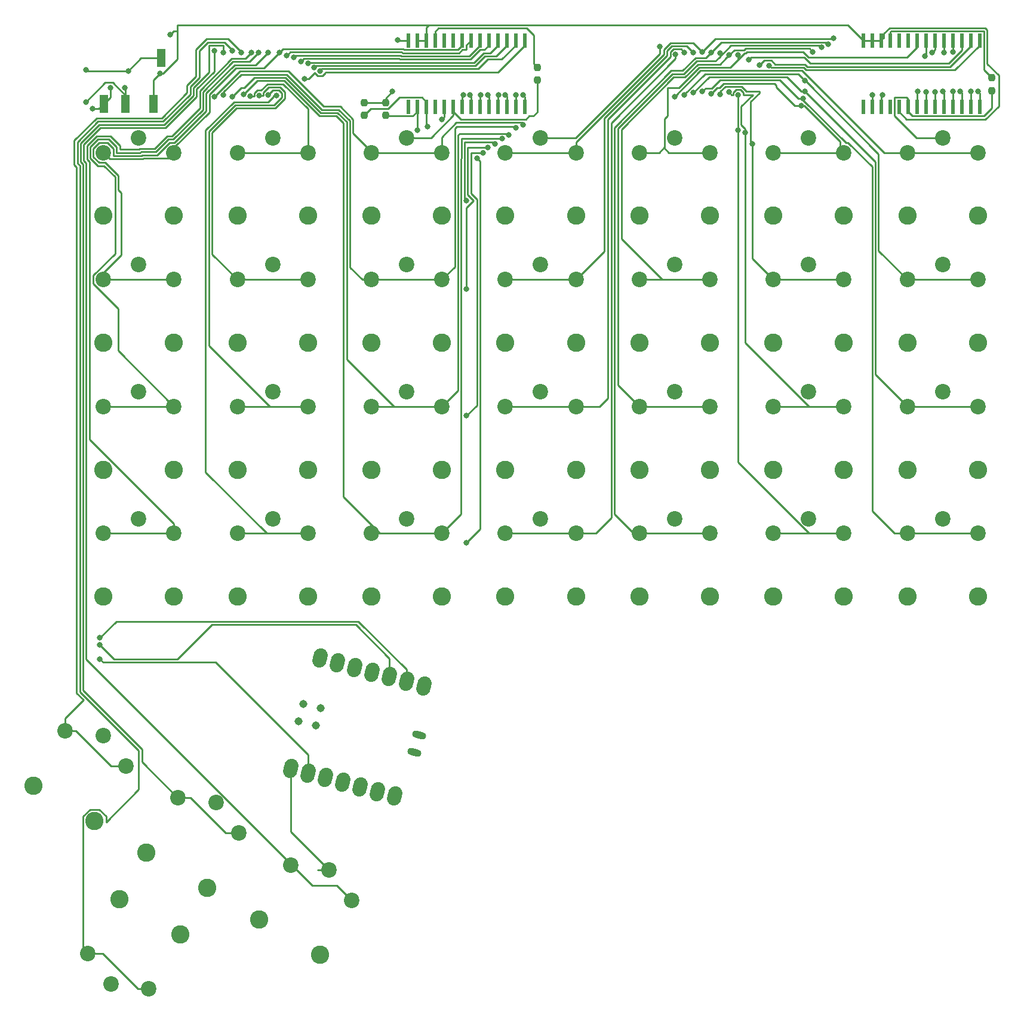
<source format=gbr>
%TF.GenerationSoftware,KiCad,Pcbnew,(6.0.11)*%
%TF.CreationDate,2023-06-02T23:59:17-07:00*%
%TF.ProjectId,MageV2,4d616765-5632-42e6-9b69-6361645f7063,rev?*%
%TF.SameCoordinates,Original*%
%TF.FileFunction,Copper,L2,Bot*%
%TF.FilePolarity,Positive*%
%FSLAX46Y46*%
G04 Gerber Fmt 4.6, Leading zero omitted, Abs format (unit mm)*
G04 Created by KiCad (PCBNEW (6.0.11)) date 2023-06-02 23:59:17*
%MOMM*%
%LPD*%
G01*
G04 APERTURE LIST*
G04 Aperture macros list*
%AMRoundRect*
0 Rectangle with rounded corners*
0 $1 Rounding radius*
0 $2 $3 $4 $5 $6 $7 $8 $9 X,Y pos of 4 corners*
0 Add a 4 corners polygon primitive as box body*
4,1,4,$2,$3,$4,$5,$6,$7,$8,$9,$2,$3,0*
0 Add four circle primitives for the rounded corners*
1,1,$1+$1,$2,$3*
1,1,$1+$1,$4,$5*
1,1,$1+$1,$6,$7*
1,1,$1+$1,$8,$9*
0 Add four rect primitives between the rounded corners*
20,1,$1+$1,$2,$3,$4,$5,0*
20,1,$1+$1,$4,$5,$6,$7,0*
20,1,$1+$1,$6,$7,$8,$9,0*
20,1,$1+$1,$8,$9,$2,$3,0*%
%AMHorizOval*
0 Thick line with rounded ends*
0 $1 width*
0 $2 $3 position (X,Y) of the first rounded end (center of the circle)*
0 $4 $5 position (X,Y) of the second rounded end (center of the circle)*
0 Add line between two ends*
20,1,$1,$2,$3,$4,$5,0*
0 Add two circle primitives to create the rounded ends*
1,1,$1,$2,$3*
1,1,$1,$4,$5*%
G04 Aperture macros list end*
%TA.AperFunction,ComponentPad*%
%ADD10C,2.600000*%
%TD*%
%TA.AperFunction,ComponentPad*%
%ADD11C,2.200000*%
%TD*%
%TA.AperFunction,SMDPad,CuDef*%
%ADD12R,0.600000X2.000000*%
%TD*%
%TA.AperFunction,SMDPad,CuDef*%
%ADD13RoundRect,0.237500X0.237500X-0.250000X0.237500X0.250000X-0.237500X0.250000X-0.237500X-0.250000X0*%
%TD*%
%TA.AperFunction,SMDPad,CuDef*%
%ADD14HorizOval,1.998980X-0.096967X-0.361884X0.096967X0.361884X0*%
%TD*%
%TA.AperFunction,SMDPad,CuDef*%
%ADD15HorizOval,1.016000X-0.490690X0.131480X0.490690X-0.131480X0*%
%TD*%
%TA.AperFunction,SMDPad,CuDef*%
%ADD16C,1.143000*%
%TD*%
%TA.AperFunction,SMDPad,CuDef*%
%ADD17RoundRect,0.237500X-0.237500X0.250000X-0.237500X-0.250000X0.237500X-0.250000X0.237500X0.250000X0*%
%TD*%
%TA.AperFunction,SMDPad,CuDef*%
%ADD18R,1.200000X2.500000*%
%TD*%
%TA.AperFunction,ViaPad*%
%ADD19C,0.800000*%
%TD*%
%TA.AperFunction,Conductor*%
%ADD20C,0.250000*%
%TD*%
G04 APERTURE END LIST*
D10*
%TO.P,SW25,*%
%TO.N,*%
X84000000Y-60150000D03*
D11*
%TO.P,SW25,1,1*%
%TO.N,+5V*%
X89000000Y-49100000D03*
%TO.P,SW25,2,2*%
%TO.N,Net-(SW25-Pad2)*%
X94000000Y-51200000D03*
%TD*%
D10*
%TO.P,SW5,*%
%TO.N,*%
X179000000Y-60150000D03*
D11*
%TO.P,SW5,1,1*%
%TO.N,+5V*%
X184000000Y-49100000D03*
%TO.P,SW5,2,2*%
%TO.N,Net-(SW37-Pad2)*%
X189000000Y-51200000D03*
%TD*%
D10*
%TO.P,SW12,*%
%TO.N,*%
X160000000Y-114150000D03*
D11*
%TO.P,SW12,1,1*%
%TO.N,+5V*%
X165000000Y-103100000D03*
%TO.P,SW12,2,2*%
%TO.N,Net-(SW12-Pad2)*%
X170000000Y-105200000D03*
%TD*%
D10*
%TO.P,SW6,*%
%TO.N,*%
X179000000Y-78150000D03*
D11*
%TO.P,SW6,1,1*%
%TO.N,+5V*%
X184000000Y-67100000D03*
%TO.P,SW6,2,2*%
%TO.N,Net-(SW38-Pad2)*%
X189000000Y-69200000D03*
%TD*%
D10*
%TO.P,SW7,*%
%TO.N,*%
X179000000Y-96150000D03*
D11*
%TO.P,SW7,1,1*%
%TO.N,+5V*%
X184000000Y-85100000D03*
%TO.P,SW7,2,2*%
%TO.N,Net-(SW39-Pad2)*%
X189000000Y-87200000D03*
%TD*%
D10*
%TO.P,SW19,*%
%TO.N,*%
X122000000Y-96150000D03*
D11*
%TO.P,SW19,1,1*%
%TO.N,+5V*%
X127000000Y-85100000D03*
%TO.P,SW19,2,2*%
%TO.N,Net-(SW19-Pad2)*%
X132000000Y-87200000D03*
%TD*%
D10*
%TO.P,SW3,*%
%TO.N,*%
X198000000Y-96150000D03*
D11*
%TO.P,SW3,1,1*%
%TO.N,+5V*%
X203000000Y-85100000D03*
%TO.P,SW3,2,2*%
%TO.N,Net-(SW3-Pad2)*%
X208000000Y-87200000D03*
%TD*%
D10*
%TO.P,SW9,*%
%TO.N,*%
X160000000Y-60150000D03*
D11*
%TO.P,SW9,1,1*%
%TO.N,+5V*%
X165000000Y-49100000D03*
%TO.P,SW9,2,2*%
%TO.N,Net-(SW41-Pad2)*%
X170000000Y-51200000D03*
%TD*%
D10*
%TO.P,SW14,*%
%TO.N,*%
X141000000Y-78150000D03*
D11*
%TO.P,SW14,1,1*%
%TO.N,+5V*%
X146000000Y-67100000D03*
%TO.P,SW14,2,2*%
%TO.N,Net-(SW14-Pad2)*%
X151000000Y-69200000D03*
%TD*%
D10*
%TO.P,SW1,*%
%TO.N,*%
X198000000Y-60150000D03*
D11*
%TO.P,SW1,1,1*%
%TO.N,+5V*%
X203000000Y-49100000D03*
%TO.P,SW1,2,2*%
%TO.N,Net-(SW1-Pad2)*%
X208000000Y-51200000D03*
%TD*%
D10*
%TO.P,SW32,*%
%TO.N,*%
X106094873Y-159960031D03*
D11*
%TO.P,SW32,1,1*%
%TO.N,+5V*%
X115950000Y-152890450D03*
%TO.P,SW32,2,2*%
%TO.N,Net-(SW32-Pad2)*%
X119230127Y-157209103D03*
%TD*%
D10*
%TO.P,SW20,*%
%TO.N,*%
X122000000Y-114150000D03*
D11*
%TO.P,SW20,1,1*%
%TO.N,+5V*%
X127000000Y-103100000D03*
%TO.P,SW20,2,2*%
%TO.N,Net-(SW20-Pad2)*%
X132000000Y-105200000D03*
%TD*%
D10*
%TO.P,SW29,*%
%TO.N,*%
X74094873Y-140960031D03*
D11*
%TO.P,SW29,1,1*%
%TO.N,+5V*%
X83950000Y-133890450D03*
%TO.P,SW29,2,2*%
%TO.N,Net-(SW29-Pad2)*%
X87230127Y-138209103D03*
%TD*%
D10*
%TO.P,SW10,*%
%TO.N,*%
X160000000Y-78150000D03*
D11*
%TO.P,SW10,1,1*%
%TO.N,+5V*%
X165000000Y-67100000D03*
%TO.P,SW10,2,2*%
%TO.N,Net-(SW10-Pad2)*%
X170000000Y-69200000D03*
%TD*%
D10*
%TO.P,SW8,*%
%TO.N,*%
X179000000Y-114150000D03*
D11*
%TO.P,SW8,1,1*%
%TO.N,+5V*%
X184000000Y-103100000D03*
%TO.P,SW8,2,2*%
%TO.N,Net-(SW40-Pad2)*%
X189000000Y-105200000D03*
%TD*%
D10*
%TO.P,SW31,*%
%TO.N,*%
X90094873Y-150460031D03*
D11*
%TO.P,SW31,1,1*%
%TO.N,+5V*%
X99950000Y-143390450D03*
%TO.P,SW31,2,2*%
%TO.N,Net-(SW31-Pad2)*%
X103230127Y-147709103D03*
%TD*%
D10*
%TO.P,SW15,*%
%TO.N,*%
X141000000Y-96150000D03*
D11*
%TO.P,SW15,1,1*%
%TO.N,+5V*%
X146000000Y-85100000D03*
%TO.P,SW15,2,2*%
%TO.N,Net-(SW15-Pad2)*%
X151000000Y-87200000D03*
%TD*%
D10*
%TO.P,SW2,*%
%TO.N,*%
X198000000Y-78150000D03*
D11*
%TO.P,SW2,1,1*%
%TO.N,+5V*%
X203000000Y-67100000D03*
%TO.P,SW2,2,2*%
%TO.N,Net-(SW2-Pad2)*%
X208000000Y-69200000D03*
%TD*%
D10*
%TO.P,SW11,*%
%TO.N,*%
X160000000Y-96150000D03*
D11*
%TO.P,SW11,1,1*%
%TO.N,+5V*%
X165000000Y-85100000D03*
%TO.P,SW11,2,2*%
%TO.N,Net-(SW11-Pad2)*%
X170000000Y-87200000D03*
%TD*%
D10*
%TO.P,SW30,*%
%TO.N,*%
X94905127Y-162039969D03*
D11*
%TO.P,SW30,1,1*%
%TO.N,+5V*%
X85050000Y-169109550D03*
%TO.P,SW30,2,2*%
%TO.N,Net-(SW30-Pad2)*%
X81769873Y-164790897D03*
%TD*%
D10*
%TO.P,SW22,*%
%TO.N,*%
X103000000Y-78150000D03*
D11*
%TO.P,SW22,1,1*%
%TO.N,+5V*%
X108000000Y-67100000D03*
%TO.P,SW22,2,2*%
%TO.N,Net-(SW22-Pad2)*%
X113000000Y-69200000D03*
%TD*%
D10*
%TO.P,SW4,*%
%TO.N,*%
X198000000Y-114150000D03*
D11*
%TO.P,SW4,1,1*%
%TO.N,+5V*%
X203000000Y-103100000D03*
%TO.P,SW4,2,2*%
%TO.N,Net-(SW36-Pad2)*%
X208000000Y-105200000D03*
%TD*%
D10*
%TO.P,SW21,*%
%TO.N,*%
X103000000Y-60150000D03*
D11*
%TO.P,SW21,1,1*%
%TO.N,+5V*%
X108000000Y-49100000D03*
%TO.P,SW21,2,2*%
%TO.N,Net-(SW21-Pad2)*%
X113000000Y-51200000D03*
%TD*%
D10*
%TO.P,SW17,*%
%TO.N,*%
X122000000Y-60150000D03*
D11*
%TO.P,SW17,1,1*%
%TO.N,+5V*%
X127000000Y-49100000D03*
%TO.P,SW17,2,2*%
%TO.N,Net-(SW17-Pad2)*%
X132000000Y-51200000D03*
%TD*%
D10*
%TO.P,SW16,*%
%TO.N,*%
X141000000Y-114150000D03*
D11*
%TO.P,SW16,1,1*%
%TO.N,+5V*%
X146000000Y-103100000D03*
%TO.P,SW16,2,2*%
%TO.N,Net-(SW16-Pad2)*%
X151000000Y-105200000D03*
%TD*%
D10*
%TO.P,SW26,*%
%TO.N,*%
X84000000Y-78150000D03*
D11*
%TO.P,SW26,1,1*%
%TO.N,+5V*%
X89000000Y-67100000D03*
%TO.P,SW26,2,2*%
%TO.N,Net-(SW26-Pad2)*%
X94000000Y-69200000D03*
%TD*%
D10*
%TO.P,SW24,*%
%TO.N,*%
X103000000Y-114150000D03*
D11*
%TO.P,SW24,1,1*%
%TO.N,+5V*%
X108000000Y-103100000D03*
%TO.P,SW24,2,2*%
%TO.N,Net-(SW24-Pad2)*%
X113000000Y-105200000D03*
%TD*%
D10*
%TO.P,SW18,*%
%TO.N,*%
X122000000Y-78150000D03*
D11*
%TO.P,SW18,1,1*%
%TO.N,+5V*%
X127000000Y-67100000D03*
%TO.P,SW18,2,2*%
%TO.N,Net-(SW18-Pad2)*%
X132000000Y-69200000D03*
%TD*%
D10*
%TO.P,SW27,*%
%TO.N,*%
X84000000Y-96150000D03*
D11*
%TO.P,SW27,1,1*%
%TO.N,+5V*%
X89000000Y-85100000D03*
%TO.P,SW27,2,2*%
%TO.N,Net-(SW27-Pad2)*%
X94000000Y-87200000D03*
%TD*%
D10*
%TO.P,SW28,*%
%TO.N,*%
X84000000Y-114150000D03*
D11*
%TO.P,SW28,1,1*%
%TO.N,+5V*%
X89000000Y-103100000D03*
%TO.P,SW28,2,2*%
%TO.N,Net-(SW28-Pad2)*%
X94000000Y-105200000D03*
%TD*%
D10*
%TO.P,SW13,*%
%TO.N,*%
X141000000Y-60150000D03*
D11*
%TO.P,SW13,1,1*%
%TO.N,+5V*%
X146000000Y-49100000D03*
%TO.P,SW13,2,2*%
%TO.N,Net-(SW13-Pad2)*%
X151000000Y-51200000D03*
%TD*%
D10*
%TO.P,SW23,*%
%TO.N,*%
X103000000Y-96150000D03*
D11*
%TO.P,SW23,1,1*%
%TO.N,+5V*%
X108000000Y-85100000D03*
%TO.P,SW23,2,2*%
%TO.N,Net-(SW23-Pad2)*%
X113000000Y-87200000D03*
%TD*%
D10*
%TO.P,SW38,*%
%TO.N,*%
X189000000Y-78150000D03*
D11*
%TO.P,SW38,1,1*%
%TO.N,+5V*%
X184000000Y-67100000D03*
%TO.P,SW38,2,2*%
%TO.N,Net-(SW38-Pad2)*%
X179000000Y-69200000D03*
%TD*%
D10*
%TO.P,SW57,*%
%TO.N,*%
X94000000Y-60150000D03*
D11*
%TO.P,SW57,1,1*%
%TO.N,+5V*%
X89000000Y-49100000D03*
%TO.P,SW57,2,2*%
%TO.N,Net-(SW25-Pad2)*%
X84000000Y-51200000D03*
%TD*%
D12*
%TO.P,U4,1,GPB0*%
%TO.N,Net-(SW1-Pad2)*%
X208255000Y-44700000D03*
%TO.P,U4,2,GPB1*%
%TO.N,Net-(SW2-Pad2)*%
X206985000Y-44700000D03*
%TO.P,U4,3,GPB2*%
%TO.N,Net-(SW3-Pad2)*%
X205715000Y-44700000D03*
%TO.P,U4,4,GPB3*%
%TO.N,Net-(SW36-Pad2)*%
X204445000Y-44700000D03*
%TO.P,U4,5,GPB4*%
%TO.N,Net-(SW37-Pad2)*%
X203175000Y-44700000D03*
%TO.P,U4,6,GPB5*%
%TO.N,Net-(SW38-Pad2)*%
X201905000Y-44700000D03*
%TO.P,U4,7,GPB6*%
%TO.N,Net-(SW39-Pad2)*%
X200635000Y-44700000D03*
%TO.P,U4,8,GPB7*%
%TO.N,Net-(SW40-Pad2)*%
X199365000Y-44700000D03*
%TO.P,U4,9,VDD*%
%TO.N,+5V*%
X198095000Y-44700000D03*
%TO.P,U4,10,VSS*%
%TO.N,GND*%
X196825000Y-44700000D03*
%TO.P,U4,11,NC*%
%TO.N,unconnected-(U4-Pad11)*%
X195555000Y-44700000D03*
%TO.P,U4,12,SCK*%
%TO.N,/SCK*%
X194285000Y-44700000D03*
%TO.P,U4,13,SDA*%
%TO.N,/SDA*%
X193015000Y-44700000D03*
%TO.P,U4,14,NC*%
%TO.N,unconnected-(U4-Pad14)*%
X191745000Y-44700000D03*
%TO.P,U4,15,A0*%
%TO.N,GND*%
X191745000Y-35300000D03*
%TO.P,U4,16,A1*%
X193015000Y-35300000D03*
%TO.P,U4,17,A2*%
X194285000Y-35300000D03*
%TO.P,U4,18,~{RESET}*%
%TO.N,/Reset 3*%
X195555000Y-35300000D03*
%TO.P,U4,19,INTB*%
%TO.N,unconnected-(U4-Pad19)*%
X196825000Y-35300000D03*
%TO.P,U4,20,INTA*%
%TO.N,unconnected-(U4-Pad20)*%
X198095000Y-35300000D03*
%TO.P,U4,21,GPA0*%
%TO.N,Net-(SW41-Pad2)*%
X199365000Y-35300000D03*
%TO.P,U4,22,GPA1*%
%TO.N,Net-(SW10-Pad2)*%
X200635000Y-35300000D03*
%TO.P,U4,23,GPA2*%
%TO.N,Net-(SW11-Pad2)*%
X201905000Y-35300000D03*
%TO.P,U4,24,GPA3*%
%TO.N,Net-(SW12-Pad2)*%
X203175000Y-35300000D03*
%TO.P,U4,25,GPA4*%
%TO.N,Net-(SW13-Pad2)*%
X204445000Y-35300000D03*
%TO.P,U4,26,GPA5*%
%TO.N,Net-(SW14-Pad2)*%
X205715000Y-35300000D03*
%TO.P,U4,27,GPA6*%
%TO.N,Net-(SW15-Pad2)*%
X206985000Y-35300000D03*
%TO.P,U4,28,GPA7*%
%TO.N,Net-(SW16-Pad2)*%
X208255000Y-35300000D03*
%TD*%
D10*
%TO.P,SW47,*%
%TO.N,*%
X151000000Y-96150000D03*
D11*
%TO.P,SW47,1,1*%
%TO.N,+5V*%
X146000000Y-85100000D03*
%TO.P,SW47,2,2*%
%TO.N,Net-(SW15-Pad2)*%
X141000000Y-87200000D03*
%TD*%
D13*
%TO.P,R5,1*%
%TO.N,/SDA*%
X124000000Y-45912500D03*
%TO.P,R5,2*%
%TO.N,+5V*%
X124000000Y-44087500D03*
%TD*%
D10*
%TO.P,SW45,*%
%TO.N,*%
X151000000Y-60150000D03*
D11*
%TO.P,SW45,1,1*%
%TO.N,+5V*%
X146000000Y-49100000D03*
%TO.P,SW45,2,2*%
%TO.N,Net-(SW13-Pad2)*%
X141000000Y-51200000D03*
%TD*%
D10*
%TO.P,SW37,*%
%TO.N,*%
X189000000Y-60150000D03*
D11*
%TO.P,SW37,1,1*%
%TO.N,+5V*%
X184000000Y-49100000D03*
%TO.P,SW37,2,2*%
%TO.N,Net-(SW37-Pad2)*%
X179000000Y-51200000D03*
%TD*%
D10*
%TO.P,SW33,*%
%TO.N,*%
X208000000Y-60150000D03*
D11*
%TO.P,SW33,1,1*%
%TO.N,+5V*%
X203000000Y-49100000D03*
%TO.P,SW33,2,2*%
%TO.N,Net-(SW1-Pad2)*%
X198000000Y-51200000D03*
%TD*%
D12*
%TO.P,U5,1,GPB0*%
%TO.N,Net-(SW17-Pad2)*%
X143755000Y-44700000D03*
%TO.P,U5,2,GPB1*%
%TO.N,Net-(SW18-Pad2)*%
X142485000Y-44700000D03*
%TO.P,U5,3,GPB2*%
%TO.N,Net-(SW19-Pad2)*%
X141215000Y-44700000D03*
%TO.P,U5,4,GPB3*%
%TO.N,Net-(SW20-Pad2)*%
X139945000Y-44700000D03*
%TO.P,U5,5,GPB4*%
%TO.N,Net-(SW21-Pad2)*%
X138675000Y-44700000D03*
%TO.P,U5,6,GPB5*%
%TO.N,Net-(SW22-Pad2)*%
X137405000Y-44700000D03*
%TO.P,U5,7,GPB6*%
%TO.N,Net-(SW23-Pad2)*%
X136135000Y-44700000D03*
%TO.P,U5,8,GPB7*%
%TO.N,Net-(SW24-Pad2)*%
X134865000Y-44700000D03*
%TO.P,U5,9,VDD*%
%TO.N,+5V*%
X133595000Y-44700000D03*
%TO.P,U5,10,VSS*%
%TO.N,GND*%
X132325000Y-44700000D03*
%TO.P,U5,11,NC*%
%TO.N,unconnected-(U5-Pad11)*%
X131055000Y-44700000D03*
%TO.P,U5,12,SCK*%
%TO.N,/SCK*%
X129785000Y-44700000D03*
%TO.P,U5,13,SDA*%
%TO.N,/SDA*%
X128515000Y-44700000D03*
%TO.P,U5,14,NC*%
%TO.N,unconnected-(U5-Pad14)*%
X127245000Y-44700000D03*
%TO.P,U5,15,A0*%
%TO.N,+5V*%
X127245000Y-35300000D03*
%TO.P,U5,16,A1*%
%TO.N,GND*%
X128515000Y-35300000D03*
%TO.P,U5,17,A2*%
X129785000Y-35300000D03*
%TO.P,U5,18,~{RESET}*%
%TO.N,/Reset 4*%
X131055000Y-35300000D03*
%TO.P,U5,19,INTB*%
%TO.N,unconnected-(U5-Pad19)*%
X132325000Y-35300000D03*
%TO.P,U5,20,INTA*%
%TO.N,unconnected-(U5-Pad20)*%
X133595000Y-35300000D03*
%TO.P,U5,21,GPA0*%
%TO.N,Net-(SW25-Pad2)*%
X134865000Y-35300000D03*
%TO.P,U5,22,GPA1*%
%TO.N,Net-(SW26-Pad2)*%
X136135000Y-35300000D03*
%TO.P,U5,23,GPA2*%
%TO.N,Net-(SW27-Pad2)*%
X137405000Y-35300000D03*
%TO.P,U5,24,GPA3*%
%TO.N,Net-(SW28-Pad2)*%
X138675000Y-35300000D03*
%TO.P,U5,25,GPA4*%
%TO.N,Net-(SW29-Pad2)*%
X139945000Y-35300000D03*
%TO.P,U5,26,GPA5*%
%TO.N,Net-(SW30-Pad2)*%
X141215000Y-35300000D03*
%TO.P,U5,27,GPA6*%
%TO.N,Net-(SW31-Pad2)*%
X142485000Y-35300000D03*
%TO.P,U5,28,GPA7*%
%TO.N,Net-(SW32-Pad2)*%
X143755000Y-35300000D03*
%TD*%
D10*
%TO.P,SW42,*%
%TO.N,*%
X170000000Y-78150000D03*
D11*
%TO.P,SW42,1,1*%
%TO.N,+5V*%
X165000000Y-67100000D03*
%TO.P,SW42,2,2*%
%TO.N,Net-(SW10-Pad2)*%
X160000000Y-69200000D03*
%TD*%
D10*
%TO.P,SW35,*%
%TO.N,*%
X208000000Y-96150000D03*
D11*
%TO.P,SW35,1,1*%
%TO.N,+5V*%
X203000000Y-85100000D03*
%TO.P,SW35,2,2*%
%TO.N,Net-(SW3-Pad2)*%
X198000000Y-87200000D03*
%TD*%
D10*
%TO.P,SW34,*%
%TO.N,*%
X208000000Y-78150000D03*
D11*
%TO.P,SW34,1,1*%
%TO.N,+5V*%
X203000000Y-67100000D03*
%TO.P,SW34,2,2*%
%TO.N,Net-(SW2-Pad2)*%
X198000000Y-69200000D03*
%TD*%
D10*
%TO.P,SW63,*%
%TO.N,*%
X98755127Y-155460031D03*
D11*
%TO.P,SW63,1,1*%
%TO.N,+5V*%
X99950000Y-143390450D03*
%TO.P,SW63,2,2*%
%TO.N,Net-(SW31-Pad2)*%
X94569873Y-142709103D03*
%TD*%
D10*
%TO.P,SW49,*%
%TO.N,*%
X132000000Y-60150000D03*
D11*
%TO.P,SW49,1,1*%
%TO.N,+5V*%
X127000000Y-49100000D03*
%TO.P,SW49,2,2*%
%TO.N,Net-(SW17-Pad2)*%
X122000000Y-51200000D03*
%TD*%
D10*
%TO.P,SW55,*%
%TO.N,*%
X113000000Y-96150000D03*
D11*
%TO.P,SW55,1,1*%
%TO.N,+5V*%
X108000000Y-85100000D03*
%TO.P,SW55,2,2*%
%TO.N,Net-(SW23-Pad2)*%
X103000000Y-87200000D03*
%TD*%
D10*
%TO.P,SW53,*%
%TO.N,*%
X113000000Y-60150000D03*
D11*
%TO.P,SW53,1,1*%
%TO.N,+5V*%
X108000000Y-49100000D03*
%TO.P,SW53,2,2*%
%TO.N,Net-(SW21-Pad2)*%
X103000000Y-51200000D03*
%TD*%
D10*
%TO.P,SW40,*%
%TO.N,*%
X189000000Y-114150000D03*
D11*
%TO.P,SW40,1,1*%
%TO.N,+5V*%
X184000000Y-103100000D03*
%TO.P,SW40,2,2*%
%TO.N,Net-(SW40-Pad2)*%
X179000000Y-105200000D03*
%TD*%
D10*
%TO.P,SW43,*%
%TO.N,*%
X170000000Y-96150000D03*
D11*
%TO.P,SW43,1,1*%
%TO.N,+5V*%
X165000000Y-85100000D03*
%TO.P,SW43,2,2*%
%TO.N,Net-(SW11-Pad2)*%
X160000000Y-87200000D03*
%TD*%
D10*
%TO.P,SW56,*%
%TO.N,*%
X113000000Y-114150000D03*
D11*
%TO.P,SW56,1,1*%
%TO.N,+5V*%
X108000000Y-103100000D03*
%TO.P,SW56,2,2*%
%TO.N,Net-(SW24-Pad2)*%
X103000000Y-105200000D03*
%TD*%
D10*
%TO.P,SW46,*%
%TO.N,*%
X151000000Y-78150000D03*
D11*
%TO.P,SW46,1,1*%
%TO.N,+5V*%
X146000000Y-67100000D03*
%TO.P,SW46,2,2*%
%TO.N,Net-(SW14-Pad2)*%
X141000000Y-69200000D03*
%TD*%
D10*
%TO.P,SW51,*%
%TO.N,*%
X132000000Y-96150000D03*
D11*
%TO.P,SW51,1,1*%
%TO.N,+5V*%
X127000000Y-85100000D03*
%TO.P,SW51,2,2*%
%TO.N,Net-(SW19-Pad2)*%
X122000000Y-87200000D03*
%TD*%
D14*
%TO.P,U3,1,PA02_A0_D0*%
%TO.N,unconnected-(U3-Pad1)*%
X114753424Y-122894638D03*
%TO.P,U3,2,PA4_A1_D1*%
%TO.N,unconnected-(U3-Pad2)*%
X117206876Y-123552039D03*
%TO.P,U3,3,PA10_A2_D2*%
%TO.N,unconnected-(U3-Pad3)*%
X119660328Y-124209439D03*
%TO.P,U3,4,PA11_A3_D3*%
%TO.N,unconnected-(U3-Pad4)*%
X122113779Y-124866839D03*
%TO.P,U3,5,PA8_A4_D4_SDA*%
%TO.N,/SDA*%
X124567231Y-125524240D03*
%TO.P,U3,6,PA9_A5_D5_SCL*%
%TO.N,/SCK*%
X127020682Y-126181640D03*
%TO.P,U3,7,PB08_A6_D6_TX*%
%TO.N,unconnected-(U3-Pad7)*%
X129474134Y-126839041D03*
%TO.P,U3,8,PB09_A7_D7_RX*%
%TO.N,unconnected-(U3-Pad8)*%
X125290438Y-142452806D03*
%TO.P,U3,9,PA7_A8_D8_SCK*%
%TO.N,unconnected-(U3-Pad9)*%
X122836986Y-141795406D03*
%TO.P,U3,10,PA5_A9_D9_MISO*%
%TO.N,unconnected-(U3-Pad10)*%
X120383535Y-141138006D03*
%TO.P,U3,11,PA6_A10_D10_MOSI*%
%TO.N,unconnected-(U3-Pad11)*%
X117930083Y-140480605D03*
%TO.P,U3,12,3V3*%
%TO.N,unconnected-(U3-Pad12)*%
X115476632Y-139823205D03*
%TO.P,U3,13,GND*%
%TO.N,GND*%
X113023180Y-139165805D03*
%TO.P,U3,14,5V*%
%TO.N,+5V*%
X110569728Y-138508404D03*
D15*
%TO.P,U3,15,5V*%
%TO.N,unconnected-(U3-Pad15)*%
X128737949Y-133750898D03*
%TO.P,U3,16,GND*%
%TO.N,unconnected-(U3-Pad16)*%
X128077960Y-136214008D03*
D16*
%TO.P,U3,17,PA31_SWDIO*%
%TO.N,unconnected-(U3-Pad17)*%
X112313475Y-129348734D03*
%TO.P,U3,18,PA30_SWCLK*%
%TO.N,unconnected-(U3-Pad18)*%
X111656075Y-131802186D03*
%TO.P,U3,19,RESET*%
%TO.N,unconnected-(U3-Pad19)*%
X114766927Y-130006134D03*
%TO.P,U3,20,GND*%
%TO.N,unconnected-(U3-Pad20)*%
X114109527Y-132459586D03*
%TD*%
D13*
%TO.P,R6,1*%
%TO.N,/SCK*%
X121000000Y-45912500D03*
%TO.P,R6,2*%
%TO.N,+5V*%
X121000000Y-44087500D03*
%TD*%
D10*
%TO.P,SW50,*%
%TO.N,*%
X132000000Y-78150000D03*
D11*
%TO.P,SW50,1,1*%
%TO.N,+5V*%
X127000000Y-67100000D03*
%TO.P,SW50,2,2*%
%TO.N,Net-(SW18-Pad2)*%
X122000000Y-69200000D03*
%TD*%
D10*
%TO.P,SW62,*%
%TO.N,*%
X86244873Y-157039969D03*
D11*
%TO.P,SW62,1,1*%
%TO.N,+5V*%
X85050000Y-169109550D03*
%TO.P,SW62,2,2*%
%TO.N,Net-(SW30-Pad2)*%
X90430127Y-169790897D03*
%TD*%
D17*
%TO.P,R7,1*%
%TO.N,/Reset 3*%
X210000000Y-40587500D03*
%TO.P,R7,2*%
%TO.N,+5V*%
X210000000Y-42412500D03*
%TD*%
D10*
%TO.P,SW64,*%
%TO.N,*%
X114755127Y-164960031D03*
D11*
%TO.P,SW64,1,1*%
%TO.N,+5V*%
X115950000Y-152890450D03*
%TO.P,SW64,2,2*%
%TO.N,Net-(SW32-Pad2)*%
X110569873Y-152209103D03*
%TD*%
D18*
%TO.P,J2,R1*%
%TO.N,/SDA*%
X87095000Y-44250000D03*
%TO.P,J2,R2*%
%TO.N,/SCK*%
X84095000Y-44250000D03*
%TO.P,J2,S*%
%TO.N,+5V*%
X92195000Y-37750000D03*
%TO.P,J2,T*%
%TO.N,GND*%
X91095000Y-44250000D03*
%TD*%
D10*
%TO.P,SW54,*%
%TO.N,*%
X113000000Y-78150000D03*
D11*
%TO.P,SW54,1,1*%
%TO.N,+5V*%
X108000000Y-67100000D03*
%TO.P,SW54,2,2*%
%TO.N,Net-(SW22-Pad2)*%
X103000000Y-69200000D03*
%TD*%
D10*
%TO.P,SW60,*%
%TO.N,*%
X94000000Y-114150000D03*
D11*
%TO.P,SW60,1,1*%
%TO.N,+5V*%
X89000000Y-103100000D03*
%TO.P,SW60,2,2*%
%TO.N,Net-(SW28-Pad2)*%
X84000000Y-105200000D03*
%TD*%
D10*
%TO.P,SW41,*%
%TO.N,*%
X170000000Y-60150000D03*
D11*
%TO.P,SW41,1,1*%
%TO.N,+5V*%
X165000000Y-49100000D03*
%TO.P,SW41,2,2*%
%TO.N,Net-(SW41-Pad2)*%
X160000000Y-51200000D03*
%TD*%
D10*
%TO.P,SW59,*%
%TO.N,*%
X94000000Y-96150000D03*
D11*
%TO.P,SW59,1,1*%
%TO.N,+5V*%
X89000000Y-85100000D03*
%TO.P,SW59,2,2*%
%TO.N,Net-(SW27-Pad2)*%
X84000000Y-87200000D03*
%TD*%
D10*
%TO.P,SW36,*%
%TO.N,*%
X208000000Y-114150000D03*
D11*
%TO.P,SW36,1,1*%
%TO.N,+5V*%
X203000000Y-103100000D03*
%TO.P,SW36,2,2*%
%TO.N,Net-(SW36-Pad2)*%
X198000000Y-105200000D03*
%TD*%
D10*
%TO.P,SW61,*%
%TO.N,*%
X82755127Y-145960031D03*
D11*
%TO.P,SW61,1,1*%
%TO.N,+5V*%
X83950000Y-133890450D03*
%TO.P,SW61,2,2*%
%TO.N,Net-(SW29-Pad2)*%
X78569873Y-133209103D03*
%TD*%
D10*
%TO.P,SW48,*%
%TO.N,*%
X151000000Y-114150000D03*
D11*
%TO.P,SW48,1,1*%
%TO.N,+5V*%
X146000000Y-103100000D03*
%TO.P,SW48,2,2*%
%TO.N,Net-(SW16-Pad2)*%
X141000000Y-105200000D03*
%TD*%
D10*
%TO.P,SW52,*%
%TO.N,*%
X132000000Y-114150000D03*
D11*
%TO.P,SW52,1,1*%
%TO.N,+5V*%
X127000000Y-103100000D03*
%TO.P,SW52,2,2*%
%TO.N,Net-(SW20-Pad2)*%
X122000000Y-105200000D03*
%TD*%
D10*
%TO.P,SW44,*%
%TO.N,*%
X170000000Y-114150000D03*
D11*
%TO.P,SW44,1,1*%
%TO.N,+5V*%
X165000000Y-103100000D03*
%TO.P,SW44,2,2*%
%TO.N,Net-(SW12-Pad2)*%
X160000000Y-105200000D03*
%TD*%
D17*
%TO.P,R8,1*%
%TO.N,/Reset 4*%
X145500000Y-39087500D03*
%TO.P,R8,2*%
%TO.N,+5V*%
X145500000Y-40912500D03*
%TD*%
D10*
%TO.P,SW39,*%
%TO.N,*%
X189000000Y-96150000D03*
D11*
%TO.P,SW39,1,1*%
%TO.N,+5V*%
X184000000Y-85100000D03*
%TO.P,SW39,2,2*%
%TO.N,Net-(SW39-Pad2)*%
X179000000Y-87200000D03*
%TD*%
D10*
%TO.P,SW58,*%
%TO.N,*%
X94000000Y-78150000D03*
D11*
%TO.P,SW58,1,1*%
%TO.N,+5V*%
X89000000Y-67100000D03*
%TO.P,SW58,2,2*%
%TO.N,Net-(SW26-Pad2)*%
X84000000Y-69200000D03*
%TD*%
D19*
%TO.N,/SDA*%
X81500000Y-44000000D03*
X87000000Y-42000000D03*
X83500000Y-121000000D03*
X128500000Y-48000000D03*
X193000000Y-43000000D03*
%TO.N,/SCK*%
X130000000Y-47500000D03*
X82500000Y-45000000D03*
X83500000Y-120000000D03*
X85000000Y-42000000D03*
X194500000Y-43000000D03*
%TO.N,+5V*%
X87500000Y-39599502D03*
X81500000Y-39500000D03*
X162911160Y-36139627D03*
X125706250Y-35206250D03*
X125000000Y-42500000D03*
%TO.N,GND*%
X132000000Y-46500000D03*
X83500000Y-123000000D03*
X92000000Y-40000000D03*
X93500000Y-34500000D03*
%TO.N,Net-(SW1-Pad2)*%
X208000000Y-42500000D03*
X165000000Y-43255000D03*
%TO.N,Net-(SW2-Pad2)*%
X183487701Y-41012299D03*
X166380000Y-42985000D03*
X207000000Y-42500000D03*
%TO.N,Net-(SW3-Pad2)*%
X205500000Y-42500000D03*
X183475825Y-42500000D03*
X167650000Y-42715000D03*
%TO.N,Net-(SW10-Pad2)*%
X172730000Y-37365000D03*
X200500000Y-37500000D03*
X184599848Y-36900152D03*
%TO.N,Net-(SW11-Pad2)*%
X171460000Y-37095000D03*
X185817342Y-36274500D03*
X201500000Y-37000000D03*
%TO.N,Net-(SW12-Pad2)*%
X203175000Y-37000000D03*
X186793245Y-35824500D03*
X170190000Y-37000000D03*
%TO.N,Net-(SW13-Pad2)*%
X204437002Y-36937002D03*
X187500000Y-35000000D03*
X168920000Y-36920000D03*
%TO.N,Net-(SW14-Pad2)*%
X167650000Y-37000000D03*
X175500000Y-38000000D03*
%TO.N,Net-(SW15-Pad2)*%
X166380000Y-36985000D03*
X177000000Y-38825500D03*
%TO.N,Net-(SW16-Pad2)*%
X165110000Y-37255000D03*
X178420201Y-38850500D03*
%TO.N,Net-(SW17-Pad2)*%
X143500000Y-43000000D03*
X143500000Y-47224500D03*
X99745000Y-43255000D03*
%TO.N,Net-(SW18-Pad2)*%
X101015000Y-43015000D03*
X142500000Y-47674500D03*
X142500000Y-43000000D03*
%TO.N,Net-(SW19-Pad2)*%
X141500000Y-48724500D03*
X141000000Y-43000000D03*
X102285000Y-43285000D03*
%TO.N,Net-(SW20-Pad2)*%
X140000000Y-43000000D03*
X140500000Y-49224500D03*
X103847253Y-42967599D03*
%TO.N,Net-(SW21-Pad2)*%
X135449501Y-58000000D03*
X139500000Y-49949000D03*
X138500000Y-43000000D03*
X104825000Y-43175000D03*
%TO.N,Net-(SW22-Pad2)*%
X135500000Y-70500000D03*
X138500000Y-50500000D03*
X106095000Y-43095000D03*
X137500000Y-43000000D03*
%TO.N,Net-(SW23-Pad2)*%
X137793245Y-51224500D03*
X135500000Y-88500000D03*
X136000000Y-43000000D03*
X107365000Y-43000000D03*
%TO.N,Net-(SW24-Pad2)*%
X135500000Y-106500000D03*
X137000000Y-52000000D03*
X108555500Y-43079500D03*
X135000000Y-43000000D03*
%TO.N,Net-(SW25-Pad2)*%
X109000000Y-37000000D03*
%TO.N,Net-(SW26-Pad2)*%
X107365000Y-37000000D03*
X110000000Y-37450500D03*
%TO.N,Net-(SW27-Pad2)*%
X110964336Y-37713295D03*
X106000000Y-37000000D03*
%TO.N,Net-(SW28-Pad2)*%
X105000000Y-37000000D03*
X112000000Y-38249500D03*
%TO.N,Net-(SW29-Pad2)*%
X113000000Y-38574500D03*
X103555000Y-37000000D03*
%TO.N,Net-(SW30-Pad2)*%
X113831728Y-39149500D03*
X102285000Y-36715000D03*
%TO.N,Net-(SW31-Pad2)*%
X114716873Y-39613747D03*
X101000614Y-36984781D03*
%TO.N,Net-(SW32-Pad2)*%
X112500000Y-40699500D03*
X99745000Y-36745000D03*
%TO.N,Net-(SW36-Pad2)*%
X168920000Y-42555000D03*
X183250000Y-43500000D03*
X204500000Y-42500000D03*
%TO.N,Net-(SW37-Pad2)*%
X182987701Y-44512299D03*
X170190000Y-42825000D03*
X203000000Y-42500000D03*
%TO.N,Net-(SW38-Pad2)*%
X171460000Y-42905000D03*
X176000000Y-50000000D03*
X201905000Y-42595000D03*
%TO.N,Net-(SW39-Pad2)*%
X200635000Y-42635000D03*
X172730000Y-42635000D03*
X175000000Y-48375500D03*
%TO.N,Net-(SW40-Pad2)*%
X174000000Y-48000000D03*
X199500000Y-42500000D03*
X174000000Y-43000000D03*
%TO.N,Net-(SW41-Pad2)*%
X174000000Y-37365000D03*
%TD*%
D20*
%TO.N,/SDA*%
X128500000Y-48000000D02*
X128515000Y-47985000D01*
X119765766Y-118111401D02*
X124567231Y-122912866D01*
X87095000Y-43069695D02*
X87095000Y-44250000D01*
X85300305Y-41275000D02*
X87095000Y-43069695D01*
X127870000Y-46025000D02*
X128515000Y-45380000D01*
X81500000Y-44000000D02*
X84225000Y-41275000D01*
X124087500Y-46000000D02*
X126595000Y-46000000D01*
X124000000Y-45912500D02*
X124087500Y-46000000D01*
X83500000Y-121000000D02*
X85500000Y-123000000D01*
X126595000Y-46000000D02*
X126620000Y-46025000D01*
X94500000Y-123000000D02*
X99388599Y-118111401D01*
X124567231Y-122912866D02*
X124567231Y-125524240D01*
X193015000Y-43015000D02*
X193000000Y-43000000D01*
X126620000Y-46025000D02*
X127870000Y-46025000D01*
X85500000Y-123000000D02*
X94500000Y-123000000D01*
X193015000Y-44700000D02*
X193015000Y-43015000D01*
X128515000Y-47985000D02*
X128515000Y-44700000D01*
X87095000Y-44250000D02*
X87095000Y-42095000D01*
X99388599Y-118111401D02*
X119765766Y-118111401D01*
X128515000Y-45380000D02*
X128515000Y-44700000D01*
X87095000Y-42095000D02*
X87000000Y-42000000D01*
X84225000Y-41275000D02*
X85300305Y-41275000D01*
%TO.N,/SCK*%
X127020682Y-124508742D02*
X127020682Y-126181640D01*
X83500000Y-120000000D02*
X85838599Y-117661401D01*
X194285000Y-43215000D02*
X194500000Y-43000000D01*
X129785000Y-44700000D02*
X129785000Y-44000000D01*
X130000000Y-47500000D02*
X129785000Y-47285000D01*
X82500000Y-45000000D02*
X83345000Y-45000000D01*
X124370495Y-45000000D02*
X121912500Y-45000000D01*
X121912500Y-45000000D02*
X121000000Y-45912500D01*
X125995495Y-43375000D02*
X124370495Y-45000000D01*
X120173341Y-117661401D02*
X127020682Y-124508742D01*
X85838599Y-117661401D02*
X120173341Y-117661401D01*
X194285000Y-44700000D02*
X194285000Y-43215000D01*
X85000000Y-43345000D02*
X85000000Y-42000000D01*
X84095000Y-44250000D02*
X85000000Y-43345000D01*
X83345000Y-45000000D02*
X84095000Y-44250000D01*
X129785000Y-44000000D02*
X129160000Y-43375000D01*
X129160000Y-43375000D02*
X125995495Y-43375000D01*
X129785000Y-47285000D02*
X129785000Y-44700000D01*
%TO.N,+5V*%
X87500000Y-39599502D02*
X89349502Y-37750000D01*
X127245000Y-35300000D02*
X125800000Y-35300000D01*
X124000000Y-44087500D02*
X124000000Y-43500000D01*
X208880000Y-46025000D02*
X210000000Y-44905000D01*
X198095000Y-45400000D02*
X198720000Y-46025000D01*
X197875000Y-43375000D02*
X198095000Y-43595000D01*
X145500000Y-45456250D02*
X144931250Y-46025000D01*
X114340400Y-152890450D02*
X115950000Y-152890450D01*
X198095000Y-44700000D02*
X198095000Y-45400000D01*
X110569728Y-147510178D02*
X115950000Y-152890450D01*
X196200000Y-46025000D02*
X196200000Y-43375000D01*
X162911160Y-36139627D02*
X162911160Y-37179652D01*
X133595000Y-45380000D02*
X133595000Y-44700000D01*
X130425305Y-49100000D02*
X127000000Y-49100000D01*
X196200000Y-43375000D02*
X197875000Y-43375000D01*
X124000000Y-43500000D02*
X125000000Y-42500000D01*
X162911160Y-37179652D02*
X150990812Y-49100000D01*
X150990812Y-49100000D02*
X146000000Y-49100000D01*
X145500000Y-40912500D02*
X145500000Y-45456250D01*
X134715000Y-46500000D02*
X133595000Y-45380000D01*
X133595000Y-45930305D02*
X130425305Y-49100000D01*
X110569728Y-147510178D02*
X110569728Y-138508404D01*
X198095000Y-43595000D02*
X198095000Y-44700000D01*
X143905000Y-46500000D02*
X134715000Y-46500000D01*
X87435492Y-39664010D02*
X87500000Y-39599502D01*
X199275000Y-49100000D02*
X196200000Y-46025000D01*
X121000000Y-44087500D02*
X124000000Y-44087500D01*
X198720000Y-46025000D02*
X208880000Y-46025000D01*
X144380000Y-46025000D02*
X143905000Y-46500000D01*
X203000000Y-49100000D02*
X199275000Y-49100000D01*
X81664010Y-39664010D02*
X87435492Y-39664010D01*
X81500000Y-39500000D02*
X81664010Y-39664010D01*
X125800000Y-35300000D02*
X125706250Y-35206250D01*
X210000000Y-44905000D02*
X210000000Y-42412500D01*
X133595000Y-44700000D02*
X133595000Y-45930305D01*
X89349502Y-37750000D02*
X92195000Y-37750000D01*
X144931250Y-46025000D02*
X144380000Y-46025000D01*
%TO.N,GND*%
X94500000Y-37945000D02*
X92445000Y-40000000D01*
X91095000Y-40905000D02*
X92000000Y-40000000D01*
X209066396Y-46475000D02*
X197900000Y-46475000D01*
X129785000Y-35300000D02*
X129785000Y-33465000D01*
X194685000Y-35000000D02*
X194685000Y-34333604D01*
X189570000Y-33125000D02*
X130125000Y-33125000D01*
X94500000Y-34000000D02*
X94500000Y-37945000D01*
X132325000Y-44700000D02*
X132325000Y-46175000D01*
X196825000Y-45400000D02*
X196825000Y-44700000D01*
X191745000Y-35300000D02*
X193015000Y-35300000D01*
X209330000Y-33788604D02*
X209330000Y-38634505D01*
X94500000Y-33125000D02*
X94500000Y-34000000D01*
X113023180Y-136554431D02*
X113023180Y-139165805D01*
X193015000Y-35300000D02*
X194285000Y-35300000D01*
X197900000Y-46475000D02*
X196825000Y-45400000D01*
X83950000Y-123450000D02*
X99918749Y-123450000D01*
X132325000Y-46175000D02*
X132000000Y-46500000D01*
X191745000Y-35300000D02*
X189570000Y-33125000D01*
X94000000Y-34000000D02*
X94500000Y-34000000D01*
X209330000Y-38634505D02*
X210950000Y-40254505D01*
X130125000Y-33125000D02*
X94500000Y-33125000D01*
X194285000Y-35300000D02*
X194285000Y-34600000D01*
X195493604Y-33525000D02*
X209066396Y-33525000D01*
X129785000Y-33465000D02*
X130125000Y-33125000D01*
X99918749Y-123450000D02*
X113023180Y-136554431D01*
X210950000Y-40254505D02*
X210950000Y-44591396D01*
X194285000Y-34600000D02*
X194685000Y-35000000D01*
X129785000Y-35300000D02*
X128515000Y-35300000D01*
X83500000Y-123000000D02*
X83950000Y-123450000D01*
X93500000Y-34500000D02*
X94000000Y-34000000D01*
X92445000Y-40000000D02*
X92000000Y-40000000D01*
X91095000Y-44250000D02*
X91095000Y-40905000D01*
X194685000Y-34333604D02*
X195493604Y-33525000D01*
X209066396Y-33525000D02*
X209330000Y-33788604D01*
X210950000Y-44591396D02*
X209066396Y-46475000D01*
%TO.N,Net-(SW1-Pad2)*%
X194700000Y-51200000D02*
X208000000Y-51200000D01*
X208255000Y-44700000D02*
X208255000Y-42755000D01*
X198000000Y-51200000D02*
X208000000Y-51200000D01*
X183075000Y-39575000D02*
X194700000Y-51200000D01*
X168680000Y-39575000D02*
X183075000Y-39575000D01*
X165000000Y-43255000D02*
X168680000Y-39575000D01*
X208255000Y-42755000D02*
X208000000Y-42500000D01*
%TO.N,Net-(SW2-Pad2)*%
X198000000Y-69200000D02*
X208000000Y-69200000D01*
X183512299Y-41012299D02*
X193900000Y-51400000D01*
X193900000Y-51400000D02*
X193900000Y-65100000D01*
X206985000Y-44700000D02*
X206985000Y-42515000D01*
X166380000Y-42959695D02*
X166380000Y-42985000D01*
X169314695Y-40025000D02*
X166380000Y-42959695D01*
X206985000Y-42515000D02*
X207000000Y-42500000D01*
X183487701Y-41012299D02*
X183512299Y-41012299D01*
X183487701Y-41012299D02*
X182500402Y-40025000D01*
X182500402Y-40025000D02*
X169314695Y-40025000D01*
X193900000Y-65100000D02*
X198000000Y-69200000D01*
%TO.N,Net-(SW3-Pad2)*%
X182951651Y-42500000D02*
X180926651Y-40475000D01*
X198000000Y-87200000D02*
X208000000Y-87200000D01*
X183475825Y-42500000D02*
X182951651Y-42500000D01*
X205715000Y-42715000D02*
X205500000Y-42500000D01*
X205715000Y-44700000D02*
X205715000Y-42715000D01*
X183475825Y-42500000D02*
X193450000Y-52474175D01*
X193450000Y-82650000D02*
X198000000Y-87200000D01*
X169890000Y-40475000D02*
X167650000Y-42715000D01*
X180926651Y-40475000D02*
X169890000Y-40475000D01*
X193450000Y-52474175D02*
X193450000Y-82650000D01*
%TO.N,Net-(SW10-Pad2)*%
X173455000Y-36640000D02*
X174860000Y-36640000D01*
X160000000Y-69200000D02*
X163300000Y-69200000D01*
X163300000Y-69200000D02*
X170000000Y-69200000D01*
X157450000Y-47913604D02*
X157450000Y-63450000D01*
X163200000Y-69200000D02*
X163300000Y-69200000D01*
X184599848Y-36900152D02*
X184149695Y-36450000D01*
X174860000Y-36640000D02*
X175050000Y-36450000D01*
X168307208Y-38675000D02*
X166491104Y-40491104D01*
X172297500Y-37797500D02*
X171420000Y-38675000D01*
X200635000Y-35300000D02*
X200635000Y-37365000D01*
X175050000Y-36450000D02*
X184149695Y-36450000D01*
X171420000Y-38675000D02*
X168307208Y-38675000D01*
X172730000Y-37365000D02*
X172297500Y-37797500D01*
X157450000Y-63450000D02*
X163200000Y-69200000D01*
X166491104Y-40491104D02*
X164872500Y-40491104D01*
X164872500Y-40491104D02*
X157450000Y-47913604D01*
X172297500Y-37797500D02*
X173455000Y-36640000D01*
X200635000Y-37365000D02*
X200500000Y-37500000D01*
%TO.N,Net-(SW11-Pad2)*%
X171250000Y-37750000D02*
X170775000Y-38225000D01*
X157000000Y-84200000D02*
X157000000Y-47727208D01*
X173000000Y-36000000D02*
X171250000Y-37750000D01*
X201905000Y-36595000D02*
X201905000Y-35300000D01*
X171460000Y-37540000D02*
X171250000Y-37750000D01*
X170775000Y-38225000D02*
X168120812Y-38225000D01*
X160000000Y-87200000D02*
X170000000Y-87200000D01*
X185817342Y-36274500D02*
X185542842Y-36000000D01*
X164686104Y-40041104D02*
X157000000Y-47727208D01*
X160000000Y-87200000D02*
X157000000Y-84200000D01*
X171460000Y-37095000D02*
X171460000Y-37540000D01*
X201500000Y-37000000D02*
X201905000Y-36595000D01*
X185542842Y-36000000D02*
X173000000Y-36000000D01*
X166304708Y-40041104D02*
X164686104Y-40041104D01*
X168120812Y-38225000D02*
X166304708Y-40041104D01*
%TO.N,Net-(SW12-Pad2)*%
X167934416Y-37775000D02*
X166118312Y-39591104D01*
X164499708Y-39591104D02*
X156450000Y-47640812D01*
X156450000Y-102450000D02*
X159200000Y-105200000D01*
X170190000Y-37000000D02*
X169415000Y-37775000D01*
X169415000Y-37775000D02*
X167934416Y-37775000D01*
X159200000Y-105200000D02*
X170000000Y-105200000D01*
X156450000Y-47640812D02*
X156450000Y-102450000D01*
X171640000Y-35550000D02*
X170190000Y-37000000D01*
X166118312Y-39591104D02*
X164499708Y-39591104D01*
X203175000Y-35300000D02*
X203175000Y-37000000D01*
X186793245Y-35824500D02*
X186518745Y-35550000D01*
X186518745Y-35550000D02*
X171640000Y-35550000D01*
%TO.N,Net-(SW13-Pad2)*%
X204437002Y-36937002D02*
X204445000Y-36929004D01*
X164436903Y-35630000D02*
X163485000Y-36581903D01*
X168920000Y-36920000D02*
X167630000Y-35630000D01*
X187400000Y-35100000D02*
X170740000Y-35100000D01*
X187500000Y-35000000D02*
X187400000Y-35100000D01*
X151000000Y-49727208D02*
X151000000Y-51200000D01*
X204445000Y-36929004D02*
X204445000Y-35300000D01*
X141000000Y-51200000D02*
X151000000Y-51200000D01*
X163485000Y-37242208D02*
X151000000Y-49727208D01*
X167630000Y-35630000D02*
X164436903Y-35630000D01*
X170740000Y-35100000D02*
X168920000Y-36920000D01*
X163485000Y-36581903D02*
X163485000Y-37242208D01*
%TO.N,Net-(SW14-Pad2)*%
X141000000Y-69200000D02*
X151000000Y-69200000D01*
X167650000Y-37000000D02*
X166730000Y-36080000D01*
X166730000Y-36080000D02*
X164623299Y-36080000D01*
X175500000Y-38000000D02*
X175824500Y-37675500D01*
X155000000Y-46363604D02*
X155000000Y-65200000D01*
X175824500Y-37675500D02*
X183377403Y-37675500D01*
X163935000Y-36768299D02*
X163935000Y-37428604D01*
X155000000Y-65200000D02*
X151000000Y-69200000D01*
X164623299Y-36080000D02*
X163935000Y-36768299D01*
X184201903Y-38500000D02*
X203898604Y-38500000D01*
X203898604Y-38500000D02*
X205715000Y-36683604D01*
X163935000Y-37428604D02*
X155000000Y-46363604D01*
X205715000Y-36683604D02*
X205715000Y-35300000D01*
X183377403Y-37675500D02*
X184201903Y-38500000D01*
%TO.N,Net-(SW15-Pad2)*%
X206985000Y-35300000D02*
X206985000Y-36050000D01*
X166380000Y-36985000D02*
X165925000Y-36530000D01*
X155550000Y-46450000D02*
X155550000Y-86000000D01*
X179270006Y-38675000D02*
X178720506Y-38125500D01*
X204035000Y-39000000D02*
X183772792Y-39000000D01*
X178720506Y-38125500D02*
X177700000Y-38125500D01*
X164385000Y-36954695D02*
X164385000Y-37615000D01*
X183447792Y-38675000D02*
X179270006Y-38675000D01*
X141000000Y-87200000D02*
X151000000Y-87200000D01*
X164385000Y-37615000D02*
X155550000Y-46450000D01*
X206985000Y-36050000D02*
X204035000Y-39000000D01*
X177700000Y-38125500D02*
X177000000Y-38825500D01*
X183772792Y-39000000D02*
X183447792Y-38675000D01*
X165925000Y-36530000D02*
X164809695Y-36530000D01*
X154350000Y-87200000D02*
X151000000Y-87200000D01*
X155550000Y-86000000D02*
X154350000Y-87200000D01*
X164809695Y-36530000D02*
X164385000Y-36954695D01*
%TO.N,Net-(SW16-Pad2)*%
X141000000Y-105200000D02*
X151000000Y-105200000D01*
X183636396Y-39500000D02*
X204735000Y-39500000D01*
X208255000Y-35980000D02*
X208255000Y-35300000D01*
X153800000Y-105200000D02*
X151000000Y-105200000D01*
X156000000Y-47000000D02*
X156000000Y-103000000D01*
X178420201Y-38850500D02*
X178694701Y-39125000D01*
X156000000Y-103000000D02*
X153800000Y-105200000D01*
X178694701Y-39125000D02*
X183261396Y-39125000D01*
X204735000Y-39500000D02*
X208255000Y-35980000D01*
X165110000Y-37255000D02*
X165110000Y-37890000D01*
X165110000Y-37890000D02*
X156000000Y-47000000D01*
X183261396Y-39125000D02*
X183636396Y-39500000D01*
%TO.N,Net-(SW17-Pad2)*%
X143755000Y-43255000D02*
X143500000Y-43000000D01*
X122200000Y-51200000D02*
X132000000Y-51200000D01*
X119400000Y-46490812D02*
X119400000Y-48400000D01*
X103345500Y-39654500D02*
X110200084Y-39654500D01*
X143755000Y-44700000D02*
X143755000Y-43255000D01*
X117559188Y-44650000D02*
X119400000Y-46490812D01*
X143225500Y-46950000D02*
X134050000Y-46950000D01*
X119400000Y-48400000D02*
X122200000Y-51200000D01*
X132000000Y-49000000D02*
X132000000Y-51200000D01*
X134050000Y-46950000D02*
X132000000Y-49000000D01*
X110200084Y-39654500D02*
X115195584Y-44650000D01*
X143500000Y-47224500D02*
X143225500Y-46950000D01*
X115195584Y-44650000D02*
X117559188Y-44650000D01*
X99745000Y-43255000D02*
X103345500Y-39654500D01*
%TO.N,Net-(SW18-Pad2)*%
X133825001Y-67374999D02*
X132000000Y-69200000D01*
X142500000Y-47674500D02*
X142325500Y-47500000D01*
X115009188Y-45100000D02*
X117372792Y-45100000D01*
X117372792Y-45100000D02*
X118950000Y-46677208D01*
X142325500Y-47500000D02*
X134136396Y-47500000D01*
X103531896Y-40104500D02*
X110013688Y-40104500D01*
X118950000Y-67450000D02*
X120700000Y-69200000D01*
X101015000Y-42621396D02*
X103531896Y-40104500D01*
X133825001Y-51674999D02*
X133825001Y-67374999D01*
X110013688Y-40104500D02*
X115009188Y-45100000D01*
X134136396Y-47500000D02*
X133850000Y-47786396D01*
X120700000Y-69200000D02*
X132000000Y-69200000D01*
X142485000Y-43015000D02*
X142500000Y-43000000D01*
X118950000Y-46677208D02*
X118950000Y-67450000D01*
X142485000Y-44700000D02*
X142485000Y-43015000D01*
X133850000Y-51650000D02*
X133825001Y-51674999D01*
X101015000Y-43015000D02*
X101015000Y-42621396D01*
X133850000Y-47786396D02*
X133850000Y-51650000D01*
%TO.N,Net-(SW19-Pad2)*%
X102285000Y-43285000D02*
X103570000Y-42000000D01*
X141215000Y-44700000D02*
X141215000Y-43215000D01*
X118500000Y-80500000D02*
X125200000Y-87200000D01*
X141275500Y-48500000D02*
X134500000Y-48500000D01*
X134300000Y-51836396D02*
X134275001Y-51861395D01*
X134275001Y-84924999D02*
X132000000Y-87200000D01*
X105445500Y-40554500D02*
X109827292Y-40554500D01*
X109827292Y-40554500D02*
X114822792Y-45550000D01*
X141500000Y-48724500D02*
X141275500Y-48500000D01*
X122000000Y-87200000D02*
X125200000Y-87200000D01*
X117186396Y-45550000D02*
X118500000Y-46863604D01*
X134300000Y-48700000D02*
X134300000Y-51836396D01*
X118500000Y-46863604D02*
X118500000Y-80500000D01*
X103570000Y-42000000D02*
X104000000Y-42000000D01*
X141215000Y-43215000D02*
X141000000Y-43000000D01*
X134500000Y-48500000D02*
X134300000Y-48700000D01*
X104000000Y-42000000D02*
X105445500Y-40554500D01*
X125200000Y-87200000D02*
X132000000Y-87200000D01*
X114822792Y-45550000D02*
X117186396Y-45550000D01*
X134275001Y-51861395D02*
X134275001Y-84924999D01*
%TO.N,Net-(SW20-Pad2)*%
X118000000Y-47000000D02*
X118000000Y-100000000D01*
X123200000Y-105200000D02*
X132000000Y-105200000D01*
X134750000Y-49224500D02*
X134750000Y-52022792D01*
X134750000Y-52022792D02*
X134725001Y-52047791D01*
X109640896Y-41004500D02*
X114636396Y-46000000D01*
X103847253Y-42967599D02*
X105810352Y-41004500D01*
X134725001Y-102474999D02*
X132000000Y-105200000D01*
X114636396Y-46000000D02*
X117000000Y-46000000D01*
X105810352Y-41004500D02*
X109640896Y-41004500D01*
X140500000Y-49224500D02*
X134750000Y-49224500D01*
X134725001Y-52047791D02*
X134725001Y-102474999D01*
X118000000Y-100000000D02*
X123200000Y-105200000D01*
X139945000Y-44700000D02*
X139945000Y-43055000D01*
X139945000Y-43055000D02*
X140000000Y-43000000D01*
X117000000Y-46000000D02*
X118000000Y-47000000D01*
%TO.N,Net-(SW21-Pad2)*%
X139225500Y-49674500D02*
X135200000Y-49674500D01*
X135200000Y-49674500D02*
X135200000Y-57750499D01*
X107248799Y-41454500D02*
X109454500Y-41454500D01*
X138675000Y-43175000D02*
X138500000Y-43000000D01*
X106333299Y-42370000D02*
X107248799Y-41454500D01*
X113000000Y-45000000D02*
X113000000Y-51200000D01*
X139500000Y-49949000D02*
X139225500Y-49674500D01*
X104825000Y-43175000D02*
X105370000Y-43175000D01*
X105794695Y-42370000D02*
X106333299Y-42370000D01*
X135200000Y-57750499D02*
X135449501Y-58000000D01*
X105370000Y-42794695D02*
X105794695Y-42370000D01*
X103000000Y-51200000D02*
X113000000Y-51200000D01*
X138675000Y-44700000D02*
X138675000Y-43175000D01*
X105370000Y-43175000D02*
X105370000Y-42794695D01*
X109454500Y-41454500D02*
X113000000Y-45000000D01*
%TO.N,Net-(SW22-Pad2)*%
X106640000Y-42699695D02*
X107435195Y-41904500D01*
X136500000Y-58000000D02*
X135500000Y-59000000D01*
X106640000Y-43095000D02*
X106640000Y-42699695D01*
X106095000Y-43095000D02*
X106640000Y-43095000D01*
X107435195Y-41904500D02*
X109042201Y-41904500D01*
X99400000Y-65600000D02*
X103000000Y-69200000D01*
X109042201Y-41904500D02*
X109730500Y-42592799D01*
X137500000Y-43000000D02*
X137405000Y-43095000D01*
X103000000Y-69200000D02*
X113000000Y-69200000D01*
X135650000Y-57150000D02*
X136500000Y-58000000D01*
X109730500Y-42592799D02*
X109730500Y-43566201D01*
X108386701Y-44910000D02*
X102862792Y-44910000D01*
X102862792Y-44910000D02*
X99400000Y-48372792D01*
X137405000Y-43095000D02*
X137405000Y-44700000D01*
X109730500Y-43566201D02*
X108386701Y-44910000D01*
X99400000Y-48372792D02*
X99400000Y-65600000D01*
X135650000Y-50500000D02*
X135650000Y-57150000D01*
X138500000Y-50500000D02*
X135650000Y-50500000D01*
X135500000Y-59000000D02*
X135500000Y-70500000D01*
%TO.N,Net-(SW23-Pad2)*%
X109280500Y-42779195D02*
X109280500Y-43379805D01*
X98950000Y-78549999D02*
X107600001Y-87200000D01*
X108200305Y-44460000D02*
X102676396Y-44460000D01*
X137793245Y-51224500D02*
X136100000Y-51224500D01*
X136135000Y-44700000D02*
X136135000Y-43135000D01*
X107600001Y-87200000D02*
X103000000Y-87200000D01*
X107365000Y-43000000D02*
X108010500Y-42354500D01*
X108855805Y-42354500D02*
X109280500Y-42779195D01*
X136950000Y-87050000D02*
X135500000Y-88500000D01*
X109280500Y-43379805D02*
X108200305Y-44460000D01*
X107600001Y-87200000D02*
X113000000Y-87200000D01*
X102676396Y-44460000D02*
X98950000Y-48186396D01*
X136100000Y-51224500D02*
X136100000Y-56963604D01*
X108010500Y-42354500D02*
X108855805Y-42354500D01*
X136950000Y-57813604D02*
X136950000Y-87050000D01*
X136100000Y-56963604D02*
X136950000Y-57813604D01*
X98950000Y-48186396D02*
X98950000Y-78549999D01*
X136135000Y-43135000D02*
X136000000Y-43000000D01*
%TO.N,Net-(SW24-Pad2)*%
X98500000Y-96500000D02*
X107200000Y-105200000D01*
X98500000Y-48000000D02*
X98500000Y-96500000D01*
X137400000Y-52400000D02*
X137000000Y-52000000D01*
X102490000Y-44010000D02*
X98500000Y-48000000D01*
X108090000Y-43300305D02*
X107380305Y-44010000D01*
X107380305Y-44010000D02*
X102490000Y-44010000D01*
X137400000Y-104600000D02*
X137400000Y-52400000D01*
X103000000Y-105200000D02*
X107200000Y-105200000D01*
X134865000Y-44700000D02*
X134865000Y-43135000D01*
X108555500Y-43079500D02*
X108090000Y-43079500D01*
X134865000Y-43135000D02*
X135000000Y-43000000D01*
X135500000Y-106500000D02*
X137400000Y-104600000D01*
X108090000Y-43079500D02*
X108090000Y-43300305D01*
X107200000Y-105200000D02*
X113000000Y-105200000D01*
%TO.N,Net-(SW25-Pad2)*%
X94000000Y-50500000D02*
X94000000Y-51200000D01*
X109000000Y-37000000D02*
X106795500Y-39204500D01*
X89599999Y-52099999D02*
X89699998Y-52000000D01*
X134865000Y-36000000D02*
X134865000Y-35300000D01*
X99020000Y-45480000D02*
X94000000Y-50500000D01*
X109500000Y-36500000D02*
X126495000Y-36500000D01*
X84899999Y-52099999D02*
X89599999Y-52099999D01*
X93200000Y-52000000D02*
X94000000Y-51200000D01*
X126495000Y-36500000D02*
X126620000Y-36625000D01*
X102770195Y-39204500D02*
X99020000Y-42954695D01*
X89699998Y-52000000D02*
X93200000Y-52000000D01*
X99020000Y-42954695D02*
X99020000Y-45480000D01*
X106795500Y-39204500D02*
X102770195Y-39204500D01*
X126620000Y-36625000D02*
X134240000Y-36625000D01*
X109000000Y-37000000D02*
X109500000Y-36500000D01*
X84000000Y-51200000D02*
X84899999Y-52099999D01*
X134240000Y-36625000D02*
X134865000Y-36000000D01*
%TO.N,Net-(SW26-Pad2)*%
X102583799Y-38754500D02*
X98570000Y-42768299D01*
X91634745Y-51550000D02*
X89513602Y-51550000D01*
X110000000Y-37450500D02*
X110024195Y-37450500D01*
X85425000Y-51649999D02*
X85425000Y-50609745D01*
X82575000Y-50609745D02*
X82575000Y-51790255D01*
X134426396Y-37075000D02*
X134876396Y-36625000D01*
X82575000Y-51790255D02*
X83409745Y-52625000D01*
X107365000Y-37000000D02*
X105610500Y-38754500D01*
X110524695Y-36950000D02*
X126308604Y-36950000D01*
X83409745Y-52625000D02*
X84267373Y-52625000D01*
X83025000Y-69200000D02*
X94000000Y-69200000D01*
X110024195Y-37450500D02*
X110524695Y-36950000D01*
X134876396Y-36625000D02*
X135490000Y-36625000D01*
X86500000Y-56873835D02*
X86500000Y-65725000D01*
X83409745Y-49775000D02*
X82575000Y-50609745D01*
X89413603Y-51649999D02*
X85425000Y-51649999D01*
X135490000Y-36625000D02*
X135490000Y-35945000D01*
X126433604Y-37075000D02*
X134426396Y-37075000D01*
X105610500Y-38754500D02*
X102583799Y-38754500D01*
X85425000Y-50609745D02*
X84590255Y-49775000D01*
X86099999Y-54457626D02*
X86099999Y-56473834D01*
X98570000Y-42768299D02*
X98570000Y-45293604D01*
X84267373Y-52625000D02*
X86099999Y-54457626D01*
X94088604Y-49775000D02*
X93409745Y-49775000D01*
X98570000Y-45293604D02*
X94088604Y-49775000D01*
X135490000Y-35945000D02*
X136135000Y-35300000D01*
X84590255Y-49775000D02*
X83409745Y-49775000D01*
X89513602Y-51550000D02*
X89413603Y-51649999D01*
X86500000Y-65725000D02*
X83025000Y-69200000D01*
X93409745Y-49775000D02*
X91634745Y-51550000D01*
X86099999Y-56473834D02*
X86500000Y-56873835D01*
X126308604Y-36950000D02*
X126433604Y-37075000D01*
%TO.N,Net-(SW27-Pad2)*%
X85875000Y-51199999D02*
X85875000Y-50423349D01*
X85649999Y-54644022D02*
X85649999Y-65534746D01*
X110964336Y-37713295D02*
X111277631Y-37400000D01*
X89227206Y-51199999D02*
X85875000Y-51199999D01*
X104720805Y-38304500D02*
X102397403Y-38304500D01*
X98120000Y-45107208D02*
X93902208Y-49325000D01*
X135860000Y-37525000D02*
X137405000Y-35980000D01*
X85649999Y-65534746D02*
X82575000Y-68609745D01*
X82575000Y-69790255D02*
X86099999Y-73315254D01*
X91448348Y-51100000D02*
X89327206Y-51100000D01*
X137405000Y-35980000D02*
X137405000Y-35300000D01*
X83223349Y-53075000D02*
X84080977Y-53075000D01*
X89327206Y-51100000D02*
X89227206Y-51199999D01*
X86099999Y-79299999D02*
X94000000Y-87200000D01*
X106000000Y-37025305D02*
X104720805Y-38304500D01*
X98120000Y-42581903D02*
X98120000Y-45107208D01*
X126122208Y-37400000D02*
X126247208Y-37525000D01*
X86099999Y-73315254D02*
X86099999Y-79299999D01*
X84776651Y-49325000D02*
X83223349Y-49325000D01*
X126247208Y-37525000D02*
X135860000Y-37525000D01*
X82125000Y-50423349D02*
X82125000Y-51976651D01*
X82125000Y-51976651D02*
X83223349Y-53075000D01*
X102397403Y-38304500D02*
X98120000Y-42581903D01*
X111277631Y-37400000D02*
X126122208Y-37400000D01*
X106000000Y-37000000D02*
X106000000Y-37025305D01*
X83223349Y-49325000D02*
X82125000Y-50423349D01*
X84080977Y-53075000D02*
X85649999Y-54644022D01*
X82575000Y-68609745D02*
X82575000Y-69790255D01*
X85875000Y-50423349D02*
X84776651Y-49325000D01*
X93902208Y-49325000D02*
X93223349Y-49325000D01*
X84000000Y-87200000D02*
X94000000Y-87200000D01*
X93223349Y-49325000D02*
X91448348Y-51100000D01*
%TO.N,Net-(SW28-Pad2)*%
X93715812Y-48875000D02*
X93036953Y-48875000D01*
X81675000Y-50236953D02*
X81675000Y-52163047D01*
X138675000Y-35980000D02*
X138675000Y-35300000D01*
X81675000Y-52163047D02*
X82000000Y-52488047D01*
X112000000Y-38249500D02*
X112399500Y-37850000D01*
X105000000Y-37000000D02*
X104145500Y-37854500D01*
X97670000Y-42395507D02*
X97670000Y-44920812D01*
X126060812Y-37975000D02*
X136046396Y-37975000D01*
X84000000Y-105200000D02*
X94000000Y-105200000D01*
X138030000Y-36625000D02*
X138675000Y-35980000D01*
X136046396Y-37975000D02*
X137396396Y-36625000D01*
X82000000Y-52488047D02*
X82000000Y-91851902D01*
X97670000Y-44920812D02*
X93715812Y-48875000D01*
X93036953Y-48875000D02*
X91261952Y-50650000D01*
X89040810Y-50749999D02*
X86325000Y-50749999D01*
X84963047Y-48875000D02*
X83036953Y-48875000D01*
X102211007Y-37854500D02*
X97670000Y-42395507D01*
X91261952Y-50650000D02*
X89140810Y-50650000D01*
X86325000Y-50749999D02*
X86325000Y-50236953D01*
X82000000Y-91851902D02*
X94000000Y-103851902D01*
X89140810Y-50650000D02*
X89040810Y-50749999D01*
X112399500Y-37850000D02*
X125935812Y-37850000D01*
X86325000Y-50236953D02*
X84963047Y-48875000D01*
X83036953Y-48875000D02*
X81675000Y-50236953D01*
X137396396Y-36625000D02*
X138030000Y-36625000D01*
X125935812Y-37850000D02*
X126060812Y-37975000D01*
X94000000Y-103851902D02*
X94000000Y-105200000D01*
X104145500Y-37854500D02*
X102211007Y-37854500D01*
%TO.N,Net-(SW29-Pad2)*%
X101695305Y-35100000D02*
X98627208Y-35100000D01*
X113149500Y-38425000D02*
X136575000Y-38425000D01*
X103555000Y-37000000D02*
X103555000Y-36959695D01*
X138850000Y-37075000D02*
X139945000Y-35980000D01*
X81181802Y-128818198D02*
X78569873Y-131430127D01*
X95870000Y-42720812D02*
X92265812Y-46325000D01*
X97140812Y-36586396D02*
X97140812Y-40379111D01*
X98627208Y-35100000D02*
X97140812Y-36586396D01*
X136575000Y-38425000D02*
X137925000Y-37075000D01*
X78569873Y-133209103D02*
X80125507Y-133209103D01*
X92265812Y-46325000D02*
X83041369Y-46325000D01*
X80200000Y-53233631D02*
X80200000Y-127836396D01*
X83041369Y-46325000D02*
X79875000Y-49491369D01*
X95870000Y-41649923D02*
X95870000Y-42720812D01*
X97140812Y-40379111D02*
X95870000Y-41649923D01*
X113000000Y-38574500D02*
X113149500Y-38425000D01*
X79875000Y-49491369D02*
X79875000Y-52908631D01*
X80200000Y-127836396D02*
X81181802Y-128818198D01*
X139945000Y-35980000D02*
X139945000Y-35300000D01*
X80125507Y-133209103D02*
X85125507Y-138209103D01*
X78569873Y-131430127D02*
X78569873Y-133209103D01*
X137925000Y-37075000D02*
X138850000Y-37075000D01*
X79875000Y-52908631D02*
X80200000Y-53233631D01*
X85125507Y-138209103D02*
X87230127Y-138209103D01*
X103555000Y-36959695D02*
X101695305Y-35100000D01*
%TO.N,Net-(SW30-Pad2)*%
X97590812Y-40565507D02*
X96320000Y-41836319D01*
X96320000Y-42907208D02*
X92452208Y-46775000D01*
X80650000Y-53047235D02*
X80650000Y-127650000D01*
X83428225Y-144335031D02*
X82082029Y-144335031D01*
X81130127Y-145286933D02*
X81130127Y-164151151D01*
X102285000Y-36715000D02*
X102285000Y-36648604D01*
X84380127Y-145286933D02*
X83428225Y-144335031D01*
X82082029Y-144335031D02*
X81130127Y-145286933D01*
X138111396Y-37525000D02*
X139670000Y-37525000D01*
X101186396Y-35550000D02*
X98813604Y-35550000D01*
X98813604Y-35550000D02*
X97590812Y-36772792D01*
X136761396Y-38875000D02*
X138111396Y-37525000D01*
X80325000Y-52722235D02*
X80650000Y-53047235D01*
X90430127Y-169790897D02*
X88874493Y-169790897D01*
X80325000Y-49677765D02*
X80325000Y-52722235D01*
X89005349Y-136005349D02*
X89005349Y-141505349D01*
X88874493Y-169790897D02*
X83874493Y-164790897D01*
X97590812Y-36772792D02*
X97590812Y-40565507D01*
X102285000Y-36648604D02*
X101186396Y-35550000D01*
X92452208Y-46775000D02*
X83227765Y-46775000D01*
X84380127Y-146130570D02*
X84380127Y-145286933D01*
X96320000Y-41836319D02*
X96320000Y-42907208D01*
X139670000Y-37525000D02*
X141215000Y-35980000D01*
X83227765Y-46775000D02*
X80325000Y-49677765D01*
X80650000Y-127650000D02*
X89005349Y-136005349D01*
X141215000Y-35980000D02*
X141215000Y-35300000D01*
X114106228Y-38875000D02*
X136761396Y-38875000D01*
X81130127Y-164151151D02*
X81769873Y-164790897D01*
X83874493Y-164790897D02*
X81769873Y-164790897D01*
X113831728Y-39149500D02*
X114106228Y-38875000D01*
X89005349Y-141505349D02*
X84380127Y-146130570D01*
%TO.N,Net-(SW31-Pad2)*%
X99000000Y-39792715D02*
X96770000Y-42022715D01*
X115005620Y-39325000D02*
X137175000Y-39325000D01*
X89455349Y-137594579D02*
X94860770Y-143000000D01*
X81100000Y-52860839D02*
X81100000Y-127463604D01*
X81100000Y-127463604D02*
X89455349Y-135818953D01*
X96345499Y-142709103D02*
X101345499Y-147709103D01*
X101000614Y-36000614D02*
X101000000Y-36000000D01*
X83414161Y-47225000D02*
X80775000Y-49864161D01*
X92638604Y-47225000D02*
X83414161Y-47225000D01*
X96770000Y-42022715D02*
X96770000Y-43093604D01*
X96770000Y-43093604D02*
X92638604Y-47225000D01*
X101000000Y-36000000D02*
X99000000Y-36000000D01*
X142485000Y-35980000D02*
X142485000Y-35300000D01*
X80775000Y-49864161D02*
X80775000Y-52535839D01*
X101345499Y-147709103D02*
X103230127Y-147709103D01*
X101000614Y-36984781D02*
X101000614Y-36000614D01*
X89455349Y-135818953D02*
X89455349Y-137594579D01*
X137175000Y-39325000D02*
X138525000Y-37975000D01*
X140490000Y-37975000D02*
X142485000Y-35980000D01*
X94569873Y-142709103D02*
X96345499Y-142709103D01*
X80775000Y-52535839D02*
X81100000Y-52860839D01*
X99000000Y-36000000D02*
X99000000Y-39792715D01*
X114716873Y-39613747D02*
X115005620Y-39325000D01*
X138525000Y-37975000D02*
X140490000Y-37975000D01*
%TO.N,Net-(SW32-Pad2)*%
X139960000Y-39775000D02*
X143755000Y-35980000D01*
X113991873Y-39874500D02*
X113991873Y-39914052D01*
X115441873Y-39914052D02*
X115441873Y-39775000D01*
X113948196Y-39874500D02*
X113991873Y-39874500D01*
X113123196Y-40699500D02*
X113948196Y-39874500D01*
X113991873Y-39914052D02*
X114416568Y-40338747D01*
X119230127Y-157209103D02*
X117121023Y-155099999D01*
X97220000Y-42209111D02*
X99745000Y-39684111D01*
X113599999Y-155099999D02*
X81550000Y-123050000D01*
X117121023Y-155099999D02*
X113599999Y-155099999D01*
X143755000Y-35980000D02*
X143755000Y-35300000D01*
X81550000Y-123050000D02*
X81550000Y-52674443D01*
X92825000Y-47675000D02*
X97220000Y-43280000D01*
X115017178Y-40338747D02*
X115441873Y-39914052D01*
X97220000Y-43280000D02*
X97220000Y-42209111D01*
X81225000Y-52349443D02*
X81225000Y-50050557D01*
X114416568Y-40338747D02*
X115017178Y-40338747D01*
X112500000Y-40699500D02*
X113123196Y-40699500D01*
X99745000Y-39684111D02*
X99745000Y-36745000D01*
X115441873Y-39775000D02*
X139960000Y-39775000D01*
X81550000Y-52674443D02*
X81225000Y-52349443D01*
X83600557Y-47675000D02*
X92825000Y-47675000D01*
X81225000Y-50050557D02*
X83600557Y-47675000D01*
%TO.N,Net-(SW36-Pad2)*%
X183250000Y-43500000D02*
X182500000Y-43500000D01*
X171438604Y-40925000D02*
X170263604Y-42100000D01*
X196200000Y-105200000D02*
X208000000Y-105200000D01*
X204445000Y-42555000D02*
X204500000Y-42500000D01*
X183250000Y-43750000D02*
X189275000Y-49775000D01*
X179925000Y-40925000D02*
X171438604Y-40925000D01*
X183250000Y-43500000D02*
X183250000Y-43750000D01*
X182500000Y-43500000D02*
X179925000Y-40925000D01*
X193000000Y-53184745D02*
X193000000Y-102000000D01*
X169375000Y-42100000D02*
X168920000Y-42555000D01*
X189275000Y-49775000D02*
X189590255Y-49775000D01*
X204445000Y-44700000D02*
X204445000Y-42555000D01*
X170263604Y-42100000D02*
X169375000Y-42100000D01*
X189590255Y-49775000D02*
X193000000Y-53184745D01*
X193000000Y-102000000D02*
X196200000Y-105200000D01*
%TO.N,Net-(SW37-Pad2)*%
X182987701Y-44512299D02*
X183375903Y-44512299D01*
X179438604Y-41638604D02*
X179175000Y-41375000D01*
X183375903Y-44512299D02*
X188500000Y-49636396D01*
X170190000Y-42810000D02*
X170190000Y-42825000D01*
X171363604Y-42000000D02*
X171000000Y-42000000D01*
X171000000Y-42000000D02*
X170190000Y-42810000D01*
X203175000Y-44700000D02*
X203175000Y-42675000D01*
X188500000Y-49636396D02*
X188500000Y-51000000D01*
X179175000Y-41375000D02*
X171988604Y-41375000D01*
X203175000Y-42675000D02*
X203000000Y-42500000D01*
X189000000Y-51200000D02*
X179000000Y-51200000D01*
X188700000Y-51200000D02*
X189000000Y-51200000D01*
X182987701Y-44512299D02*
X182012299Y-44512299D01*
X179438604Y-41938604D02*
X179438604Y-41638604D01*
X188500000Y-51000000D02*
X188700000Y-51200000D01*
X171988604Y-41375000D02*
X171363604Y-42000000D01*
X182012299Y-44512299D02*
X179438604Y-41938604D01*
%TO.N,Net-(SW38-Pad2)*%
X175750000Y-43986396D02*
X177000000Y-42736396D01*
X175161701Y-42500000D02*
X174486701Y-41825000D01*
X177000000Y-42736396D02*
X177000000Y-42500000D01*
X201905000Y-44700000D02*
X201905000Y-42595000D01*
X176000000Y-50000000D02*
X175750000Y-49750000D01*
X174486701Y-41825000D02*
X172175000Y-41825000D01*
X171460000Y-42540000D02*
X171460000Y-42905000D01*
X179000000Y-69200000D02*
X189000000Y-69200000D01*
X177000000Y-42500000D02*
X175161701Y-42500000D01*
X176000000Y-66200000D02*
X179000000Y-69200000D01*
X176000000Y-50000000D02*
X176000000Y-66200000D01*
X172175000Y-41825000D02*
X171460000Y-42540000D01*
X175750000Y-49750000D02*
X175750000Y-43986396D01*
%TO.N,Net-(SW39-Pad2)*%
X173699695Y-42275000D02*
X173275000Y-42699695D01*
X175000000Y-78115255D02*
X184084745Y-87200000D01*
X176100000Y-43000000D02*
X174725000Y-43000000D01*
X174450000Y-47274708D02*
X175000000Y-47824708D01*
X174300305Y-42275000D02*
X173699695Y-42275000D01*
X184084745Y-87200000D02*
X189000000Y-87200000D01*
X184084745Y-87200000D02*
X179000000Y-87200000D01*
X200635000Y-44700000D02*
X200635000Y-42635000D01*
X173275000Y-43000000D02*
X173095000Y-43000000D01*
X173095000Y-43000000D02*
X172730000Y-42635000D01*
X173275000Y-42699695D02*
X173275000Y-43000000D01*
X174725000Y-42699695D02*
X174300305Y-42275000D01*
X174725000Y-43000000D02*
X174725000Y-42699695D01*
X175000000Y-47824708D02*
X175000000Y-78115255D01*
X174450000Y-47274708D02*
X174450000Y-44650000D01*
X174450000Y-44650000D02*
X176100000Y-43000000D01*
%TO.N,Net-(SW40-Pad2)*%
X179000000Y-105200000D02*
X184300000Y-105200000D01*
X184084745Y-105200000D02*
X184300000Y-105200000D01*
X174000000Y-43000000D02*
X174000000Y-95115255D01*
X199365000Y-44700000D02*
X199365000Y-42635000D01*
X174000000Y-95115255D02*
X184084745Y-105200000D01*
X199365000Y-42635000D02*
X199500000Y-42500000D01*
X184300000Y-105200000D02*
X189000000Y-105200000D01*
%TO.N,Net-(SW41-Pad2)*%
X162800000Y-51200000D02*
X163575000Y-50425000D01*
X164000000Y-46000000D02*
X163575000Y-46425000D01*
X174000000Y-37365000D02*
X174000000Y-38000000D01*
X184013299Y-37675000D02*
X197961396Y-37675000D01*
X175236396Y-36900000D02*
X183238299Y-36900000D01*
X199365000Y-36271396D02*
X199365000Y-35300000D01*
X168493604Y-39125000D02*
X165618604Y-42000000D01*
X164000000Y-42000000D02*
X164000000Y-46000000D01*
X163575000Y-50425000D02*
X163575000Y-50575000D01*
X174000000Y-38000000D02*
X174910000Y-37090000D01*
X174000000Y-38000000D02*
X172875000Y-39125000D01*
X165618604Y-42000000D02*
X164000000Y-42000000D01*
X183238299Y-36900000D02*
X184013299Y-37675000D01*
X163575000Y-50575000D02*
X164200000Y-51200000D01*
X197961396Y-37675000D02*
X199365000Y-36271396D01*
X163575000Y-46425000D02*
X163575000Y-50425000D01*
X164200000Y-51200000D02*
X170000000Y-51200000D01*
X175046396Y-37090000D02*
X175236396Y-36900000D01*
X160000000Y-51200000D02*
X162800000Y-51200000D01*
X174910000Y-37090000D02*
X175046396Y-37090000D01*
X172875000Y-39125000D02*
X168493604Y-39125000D01*
%TO.N,unconnected-(U3-Pad1)*%
X115020682Y-123181640D02*
X115020682Y-121570266D01*
%TO.N,/Reset 3*%
X208880000Y-33975000D02*
X208880000Y-39467500D01*
X208880000Y-39467500D02*
X210000000Y-40587500D01*
X195555000Y-34100000D02*
X195680000Y-33975000D01*
X195555000Y-35300000D02*
X195555000Y-34100000D01*
X195680000Y-33975000D02*
X208880000Y-33975000D01*
%TO.N,/Reset 4*%
X131055000Y-34020000D02*
X131055000Y-35300000D01*
X131500000Y-33575000D02*
X131055000Y-34020000D01*
X145000000Y-38587500D02*
X145000000Y-34595000D01*
X145000000Y-34595000D02*
X143980000Y-33575000D01*
X145500000Y-39087500D02*
X145000000Y-38587500D01*
X143980000Y-33575000D02*
X131500000Y-33575000D01*
%TD*%
M02*

</source>
